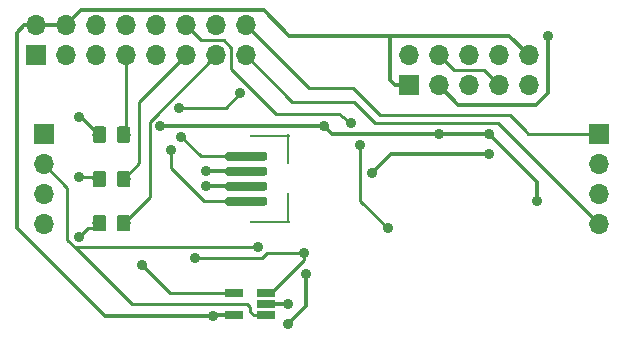
<source format=gtl>
%TF.GenerationSoftware,KiCad,Pcbnew,5.1.0*%
%TF.CreationDate,2019-04-08T01:08:36+02:00*%
%TF.ProjectId,BeerEyePi,42656572-4579-4655-9069-2e6b69636164,rev?*%
%TF.SameCoordinates,Original*%
%TF.FileFunction,Copper,L1,Top*%
%TF.FilePolarity,Positive*%
%FSLAX46Y46*%
G04 Gerber Fmt 4.6, Leading zero omitted, Abs format (unit mm)*
G04 Created by KiCad (PCBNEW 5.1.0) date 2019-04-08 01:08:36*
%MOMM*%
%LPD*%
G04 APERTURE LIST*
%ADD10R,1.700000X1.700000*%
%ADD11O,1.700000X1.700000*%
%ADD12R,0.250000X2.500000*%
%ADD13R,3.350000X0.250000*%
%ADD14C,0.100000*%
%ADD15C,0.700000*%
%ADD16C,1.150000*%
%ADD17R,1.560000X0.650000*%
%ADD18C,0.900000*%
%ADD19C,0.350000*%
%ADD20C,0.250000*%
G04 APERTURE END LIST*
D10*
X139920000Y-107080000D03*
D11*
X139920000Y-104540000D03*
X142460000Y-107080000D03*
X142460000Y-104540000D03*
X145000000Y-107080000D03*
X145000000Y-104540000D03*
X147540000Y-107080000D03*
X147540000Y-104540000D03*
X150080000Y-107080000D03*
X150080000Y-104540000D03*
D10*
X108370000Y-104540000D03*
D11*
X108370000Y-102000000D03*
X110910000Y-104540000D03*
X110910000Y-102000000D03*
X113450000Y-104540000D03*
X113450000Y-102000000D03*
X115990000Y-104540000D03*
X115990000Y-102000000D03*
X118530000Y-104540000D03*
X118530000Y-102000000D03*
X121070000Y-104540000D03*
X121070000Y-102000000D03*
X123610000Y-104540000D03*
X123610000Y-102000000D03*
X126150000Y-104540000D03*
X126150000Y-102000000D03*
D12*
X129725000Y-112500000D03*
X129725000Y-117500000D03*
D13*
X128175000Y-111375000D03*
X128175000Y-118625000D03*
D14*
G36*
X127742153Y-112745843D02*
G01*
X127759141Y-112748363D01*
X127775800Y-112752535D01*
X127791970Y-112758321D01*
X127807494Y-112765664D01*
X127822225Y-112774493D01*
X127836019Y-112784723D01*
X127848744Y-112796256D01*
X127860277Y-112808981D01*
X127870507Y-112822775D01*
X127879336Y-112837506D01*
X127886679Y-112853030D01*
X127892465Y-112869200D01*
X127896637Y-112885859D01*
X127899157Y-112902847D01*
X127900000Y-112920000D01*
X127900000Y-113270000D01*
X127899157Y-113287153D01*
X127896637Y-113304141D01*
X127892465Y-113320800D01*
X127886679Y-113336970D01*
X127879336Y-113352494D01*
X127870507Y-113367225D01*
X127860277Y-113381019D01*
X127848744Y-113393744D01*
X127836019Y-113405277D01*
X127822225Y-113415507D01*
X127807494Y-113424336D01*
X127791970Y-113431679D01*
X127775800Y-113437465D01*
X127759141Y-113441637D01*
X127742153Y-113444157D01*
X127725000Y-113445000D01*
X124575000Y-113445000D01*
X124557847Y-113444157D01*
X124540859Y-113441637D01*
X124524200Y-113437465D01*
X124508030Y-113431679D01*
X124492506Y-113424336D01*
X124477775Y-113415507D01*
X124463981Y-113405277D01*
X124451256Y-113393744D01*
X124439723Y-113381019D01*
X124429493Y-113367225D01*
X124420664Y-113352494D01*
X124413321Y-113336970D01*
X124407535Y-113320800D01*
X124403363Y-113304141D01*
X124400843Y-113287153D01*
X124400000Y-113270000D01*
X124400000Y-112920000D01*
X124400843Y-112902847D01*
X124403363Y-112885859D01*
X124407535Y-112869200D01*
X124413321Y-112853030D01*
X124420664Y-112837506D01*
X124429493Y-112822775D01*
X124439723Y-112808981D01*
X124451256Y-112796256D01*
X124463981Y-112784723D01*
X124477775Y-112774493D01*
X124492506Y-112765664D01*
X124508030Y-112758321D01*
X124524200Y-112752535D01*
X124540859Y-112748363D01*
X124557847Y-112745843D01*
X124575000Y-112745000D01*
X127725000Y-112745000D01*
X127742153Y-112745843D01*
X127742153Y-112745843D01*
G37*
D15*
X126150000Y-113095000D03*
D14*
G36*
X127742153Y-114015843D02*
G01*
X127759141Y-114018363D01*
X127775800Y-114022535D01*
X127791970Y-114028321D01*
X127807494Y-114035664D01*
X127822225Y-114044493D01*
X127836019Y-114054723D01*
X127848744Y-114066256D01*
X127860277Y-114078981D01*
X127870507Y-114092775D01*
X127879336Y-114107506D01*
X127886679Y-114123030D01*
X127892465Y-114139200D01*
X127896637Y-114155859D01*
X127899157Y-114172847D01*
X127900000Y-114190000D01*
X127900000Y-114540000D01*
X127899157Y-114557153D01*
X127896637Y-114574141D01*
X127892465Y-114590800D01*
X127886679Y-114606970D01*
X127879336Y-114622494D01*
X127870507Y-114637225D01*
X127860277Y-114651019D01*
X127848744Y-114663744D01*
X127836019Y-114675277D01*
X127822225Y-114685507D01*
X127807494Y-114694336D01*
X127791970Y-114701679D01*
X127775800Y-114707465D01*
X127759141Y-114711637D01*
X127742153Y-114714157D01*
X127725000Y-114715000D01*
X124575000Y-114715000D01*
X124557847Y-114714157D01*
X124540859Y-114711637D01*
X124524200Y-114707465D01*
X124508030Y-114701679D01*
X124492506Y-114694336D01*
X124477775Y-114685507D01*
X124463981Y-114675277D01*
X124451256Y-114663744D01*
X124439723Y-114651019D01*
X124429493Y-114637225D01*
X124420664Y-114622494D01*
X124413321Y-114606970D01*
X124407535Y-114590800D01*
X124403363Y-114574141D01*
X124400843Y-114557153D01*
X124400000Y-114540000D01*
X124400000Y-114190000D01*
X124400843Y-114172847D01*
X124403363Y-114155859D01*
X124407535Y-114139200D01*
X124413321Y-114123030D01*
X124420664Y-114107506D01*
X124429493Y-114092775D01*
X124439723Y-114078981D01*
X124451256Y-114066256D01*
X124463981Y-114054723D01*
X124477775Y-114044493D01*
X124492506Y-114035664D01*
X124508030Y-114028321D01*
X124524200Y-114022535D01*
X124540859Y-114018363D01*
X124557847Y-114015843D01*
X124575000Y-114015000D01*
X127725000Y-114015000D01*
X127742153Y-114015843D01*
X127742153Y-114015843D01*
G37*
D15*
X126150000Y-114365000D03*
D14*
G36*
X127742153Y-116555843D02*
G01*
X127759141Y-116558363D01*
X127775800Y-116562535D01*
X127791970Y-116568321D01*
X127807494Y-116575664D01*
X127822225Y-116584493D01*
X127836019Y-116594723D01*
X127848744Y-116606256D01*
X127860277Y-116618981D01*
X127870507Y-116632775D01*
X127879336Y-116647506D01*
X127886679Y-116663030D01*
X127892465Y-116679200D01*
X127896637Y-116695859D01*
X127899157Y-116712847D01*
X127900000Y-116730000D01*
X127900000Y-117080000D01*
X127899157Y-117097153D01*
X127896637Y-117114141D01*
X127892465Y-117130800D01*
X127886679Y-117146970D01*
X127879336Y-117162494D01*
X127870507Y-117177225D01*
X127860277Y-117191019D01*
X127848744Y-117203744D01*
X127836019Y-117215277D01*
X127822225Y-117225507D01*
X127807494Y-117234336D01*
X127791970Y-117241679D01*
X127775800Y-117247465D01*
X127759141Y-117251637D01*
X127742153Y-117254157D01*
X127725000Y-117255000D01*
X124575000Y-117255000D01*
X124557847Y-117254157D01*
X124540859Y-117251637D01*
X124524200Y-117247465D01*
X124508030Y-117241679D01*
X124492506Y-117234336D01*
X124477775Y-117225507D01*
X124463981Y-117215277D01*
X124451256Y-117203744D01*
X124439723Y-117191019D01*
X124429493Y-117177225D01*
X124420664Y-117162494D01*
X124413321Y-117146970D01*
X124407535Y-117130800D01*
X124403363Y-117114141D01*
X124400843Y-117097153D01*
X124400000Y-117080000D01*
X124400000Y-116730000D01*
X124400843Y-116712847D01*
X124403363Y-116695859D01*
X124407535Y-116679200D01*
X124413321Y-116663030D01*
X124420664Y-116647506D01*
X124429493Y-116632775D01*
X124439723Y-116618981D01*
X124451256Y-116606256D01*
X124463981Y-116594723D01*
X124477775Y-116584493D01*
X124492506Y-116575664D01*
X124508030Y-116568321D01*
X124524200Y-116562535D01*
X124540859Y-116558363D01*
X124557847Y-116555843D01*
X124575000Y-116555000D01*
X127725000Y-116555000D01*
X127742153Y-116555843D01*
X127742153Y-116555843D01*
G37*
D15*
X126150000Y-116905000D03*
D14*
G36*
X127742153Y-115285843D02*
G01*
X127759141Y-115288363D01*
X127775800Y-115292535D01*
X127791970Y-115298321D01*
X127807494Y-115305664D01*
X127822225Y-115314493D01*
X127836019Y-115324723D01*
X127848744Y-115336256D01*
X127860277Y-115348981D01*
X127870507Y-115362775D01*
X127879336Y-115377506D01*
X127886679Y-115393030D01*
X127892465Y-115409200D01*
X127896637Y-115425859D01*
X127899157Y-115442847D01*
X127900000Y-115460000D01*
X127900000Y-115810000D01*
X127899157Y-115827153D01*
X127896637Y-115844141D01*
X127892465Y-115860800D01*
X127886679Y-115876970D01*
X127879336Y-115892494D01*
X127870507Y-115907225D01*
X127860277Y-115921019D01*
X127848744Y-115933744D01*
X127836019Y-115945277D01*
X127822225Y-115955507D01*
X127807494Y-115964336D01*
X127791970Y-115971679D01*
X127775800Y-115977465D01*
X127759141Y-115981637D01*
X127742153Y-115984157D01*
X127725000Y-115985000D01*
X124575000Y-115985000D01*
X124557847Y-115984157D01*
X124540859Y-115981637D01*
X124524200Y-115977465D01*
X124508030Y-115971679D01*
X124492506Y-115964336D01*
X124477775Y-115955507D01*
X124463981Y-115945277D01*
X124451256Y-115933744D01*
X124439723Y-115921019D01*
X124429493Y-115907225D01*
X124420664Y-115892494D01*
X124413321Y-115876970D01*
X124407535Y-115860800D01*
X124403363Y-115844141D01*
X124400843Y-115827153D01*
X124400000Y-115810000D01*
X124400000Y-115460000D01*
X124400843Y-115442847D01*
X124403363Y-115425859D01*
X124407535Y-115409200D01*
X124413321Y-115393030D01*
X124420664Y-115377506D01*
X124429493Y-115362775D01*
X124439723Y-115348981D01*
X124451256Y-115336256D01*
X124463981Y-115324723D01*
X124477775Y-115314493D01*
X124492506Y-115305664D01*
X124508030Y-115298321D01*
X124524200Y-115292535D01*
X124540859Y-115288363D01*
X124557847Y-115285843D01*
X124575000Y-115285000D01*
X127725000Y-115285000D01*
X127742153Y-115285843D01*
X127742153Y-115285843D01*
G37*
D15*
X126150000Y-115635000D03*
D10*
X109000000Y-111190000D03*
D11*
X109000000Y-113730000D03*
X109000000Y-116270000D03*
X109000000Y-118810000D03*
D10*
X156000000Y-111190000D03*
D11*
X156000000Y-113730000D03*
X156000000Y-116270000D03*
X156000000Y-118810000D03*
D14*
G36*
X114074505Y-110551204D02*
G01*
X114098773Y-110554804D01*
X114122572Y-110560765D01*
X114145671Y-110569030D01*
X114167850Y-110579520D01*
X114188893Y-110592132D01*
X114208599Y-110606747D01*
X114226777Y-110623223D01*
X114243253Y-110641401D01*
X114257868Y-110661107D01*
X114270480Y-110682150D01*
X114280970Y-110704329D01*
X114289235Y-110727428D01*
X114295196Y-110751227D01*
X114298796Y-110775495D01*
X114300000Y-110799999D01*
X114300000Y-111700001D01*
X114298796Y-111724505D01*
X114295196Y-111748773D01*
X114289235Y-111772572D01*
X114280970Y-111795671D01*
X114270480Y-111817850D01*
X114257868Y-111838893D01*
X114243253Y-111858599D01*
X114226777Y-111876777D01*
X114208599Y-111893253D01*
X114188893Y-111907868D01*
X114167850Y-111920480D01*
X114145671Y-111930970D01*
X114122572Y-111939235D01*
X114098773Y-111945196D01*
X114074505Y-111948796D01*
X114050001Y-111950000D01*
X113399999Y-111950000D01*
X113375495Y-111948796D01*
X113351227Y-111945196D01*
X113327428Y-111939235D01*
X113304329Y-111930970D01*
X113282150Y-111920480D01*
X113261107Y-111907868D01*
X113241401Y-111893253D01*
X113223223Y-111876777D01*
X113206747Y-111858599D01*
X113192132Y-111838893D01*
X113179520Y-111817850D01*
X113169030Y-111795671D01*
X113160765Y-111772572D01*
X113154804Y-111748773D01*
X113151204Y-111724505D01*
X113150000Y-111700001D01*
X113150000Y-110799999D01*
X113151204Y-110775495D01*
X113154804Y-110751227D01*
X113160765Y-110727428D01*
X113169030Y-110704329D01*
X113179520Y-110682150D01*
X113192132Y-110661107D01*
X113206747Y-110641401D01*
X113223223Y-110623223D01*
X113241401Y-110606747D01*
X113261107Y-110592132D01*
X113282150Y-110579520D01*
X113304329Y-110569030D01*
X113327428Y-110560765D01*
X113351227Y-110554804D01*
X113375495Y-110551204D01*
X113399999Y-110550000D01*
X114050001Y-110550000D01*
X114074505Y-110551204D01*
X114074505Y-110551204D01*
G37*
D16*
X113725000Y-111250000D03*
D14*
G36*
X116124505Y-110551204D02*
G01*
X116148773Y-110554804D01*
X116172572Y-110560765D01*
X116195671Y-110569030D01*
X116217850Y-110579520D01*
X116238893Y-110592132D01*
X116258599Y-110606747D01*
X116276777Y-110623223D01*
X116293253Y-110641401D01*
X116307868Y-110661107D01*
X116320480Y-110682150D01*
X116330970Y-110704329D01*
X116339235Y-110727428D01*
X116345196Y-110751227D01*
X116348796Y-110775495D01*
X116350000Y-110799999D01*
X116350000Y-111700001D01*
X116348796Y-111724505D01*
X116345196Y-111748773D01*
X116339235Y-111772572D01*
X116330970Y-111795671D01*
X116320480Y-111817850D01*
X116307868Y-111838893D01*
X116293253Y-111858599D01*
X116276777Y-111876777D01*
X116258599Y-111893253D01*
X116238893Y-111907868D01*
X116217850Y-111920480D01*
X116195671Y-111930970D01*
X116172572Y-111939235D01*
X116148773Y-111945196D01*
X116124505Y-111948796D01*
X116100001Y-111950000D01*
X115449999Y-111950000D01*
X115425495Y-111948796D01*
X115401227Y-111945196D01*
X115377428Y-111939235D01*
X115354329Y-111930970D01*
X115332150Y-111920480D01*
X115311107Y-111907868D01*
X115291401Y-111893253D01*
X115273223Y-111876777D01*
X115256747Y-111858599D01*
X115242132Y-111838893D01*
X115229520Y-111817850D01*
X115219030Y-111795671D01*
X115210765Y-111772572D01*
X115204804Y-111748773D01*
X115201204Y-111724505D01*
X115200000Y-111700001D01*
X115200000Y-110799999D01*
X115201204Y-110775495D01*
X115204804Y-110751227D01*
X115210765Y-110727428D01*
X115219030Y-110704329D01*
X115229520Y-110682150D01*
X115242132Y-110661107D01*
X115256747Y-110641401D01*
X115273223Y-110623223D01*
X115291401Y-110606747D01*
X115311107Y-110592132D01*
X115332150Y-110579520D01*
X115354329Y-110569030D01*
X115377428Y-110560765D01*
X115401227Y-110554804D01*
X115425495Y-110551204D01*
X115449999Y-110550000D01*
X116100001Y-110550000D01*
X116124505Y-110551204D01*
X116124505Y-110551204D01*
G37*
D16*
X115775000Y-111250000D03*
D14*
G36*
X116124505Y-114301204D02*
G01*
X116148773Y-114304804D01*
X116172572Y-114310765D01*
X116195671Y-114319030D01*
X116217850Y-114329520D01*
X116238893Y-114342132D01*
X116258599Y-114356747D01*
X116276777Y-114373223D01*
X116293253Y-114391401D01*
X116307868Y-114411107D01*
X116320480Y-114432150D01*
X116330970Y-114454329D01*
X116339235Y-114477428D01*
X116345196Y-114501227D01*
X116348796Y-114525495D01*
X116350000Y-114549999D01*
X116350000Y-115450001D01*
X116348796Y-115474505D01*
X116345196Y-115498773D01*
X116339235Y-115522572D01*
X116330970Y-115545671D01*
X116320480Y-115567850D01*
X116307868Y-115588893D01*
X116293253Y-115608599D01*
X116276777Y-115626777D01*
X116258599Y-115643253D01*
X116238893Y-115657868D01*
X116217850Y-115670480D01*
X116195671Y-115680970D01*
X116172572Y-115689235D01*
X116148773Y-115695196D01*
X116124505Y-115698796D01*
X116100001Y-115700000D01*
X115449999Y-115700000D01*
X115425495Y-115698796D01*
X115401227Y-115695196D01*
X115377428Y-115689235D01*
X115354329Y-115680970D01*
X115332150Y-115670480D01*
X115311107Y-115657868D01*
X115291401Y-115643253D01*
X115273223Y-115626777D01*
X115256747Y-115608599D01*
X115242132Y-115588893D01*
X115229520Y-115567850D01*
X115219030Y-115545671D01*
X115210765Y-115522572D01*
X115204804Y-115498773D01*
X115201204Y-115474505D01*
X115200000Y-115450001D01*
X115200000Y-114549999D01*
X115201204Y-114525495D01*
X115204804Y-114501227D01*
X115210765Y-114477428D01*
X115219030Y-114454329D01*
X115229520Y-114432150D01*
X115242132Y-114411107D01*
X115256747Y-114391401D01*
X115273223Y-114373223D01*
X115291401Y-114356747D01*
X115311107Y-114342132D01*
X115332150Y-114329520D01*
X115354329Y-114319030D01*
X115377428Y-114310765D01*
X115401227Y-114304804D01*
X115425495Y-114301204D01*
X115449999Y-114300000D01*
X116100001Y-114300000D01*
X116124505Y-114301204D01*
X116124505Y-114301204D01*
G37*
D16*
X115775000Y-115000000D03*
D14*
G36*
X114074505Y-114301204D02*
G01*
X114098773Y-114304804D01*
X114122572Y-114310765D01*
X114145671Y-114319030D01*
X114167850Y-114329520D01*
X114188893Y-114342132D01*
X114208599Y-114356747D01*
X114226777Y-114373223D01*
X114243253Y-114391401D01*
X114257868Y-114411107D01*
X114270480Y-114432150D01*
X114280970Y-114454329D01*
X114289235Y-114477428D01*
X114295196Y-114501227D01*
X114298796Y-114525495D01*
X114300000Y-114549999D01*
X114300000Y-115450001D01*
X114298796Y-115474505D01*
X114295196Y-115498773D01*
X114289235Y-115522572D01*
X114280970Y-115545671D01*
X114270480Y-115567850D01*
X114257868Y-115588893D01*
X114243253Y-115608599D01*
X114226777Y-115626777D01*
X114208599Y-115643253D01*
X114188893Y-115657868D01*
X114167850Y-115670480D01*
X114145671Y-115680970D01*
X114122572Y-115689235D01*
X114098773Y-115695196D01*
X114074505Y-115698796D01*
X114050001Y-115700000D01*
X113399999Y-115700000D01*
X113375495Y-115698796D01*
X113351227Y-115695196D01*
X113327428Y-115689235D01*
X113304329Y-115680970D01*
X113282150Y-115670480D01*
X113261107Y-115657868D01*
X113241401Y-115643253D01*
X113223223Y-115626777D01*
X113206747Y-115608599D01*
X113192132Y-115588893D01*
X113179520Y-115567850D01*
X113169030Y-115545671D01*
X113160765Y-115522572D01*
X113154804Y-115498773D01*
X113151204Y-115474505D01*
X113150000Y-115450001D01*
X113150000Y-114549999D01*
X113151204Y-114525495D01*
X113154804Y-114501227D01*
X113160765Y-114477428D01*
X113169030Y-114454329D01*
X113179520Y-114432150D01*
X113192132Y-114411107D01*
X113206747Y-114391401D01*
X113223223Y-114373223D01*
X113241401Y-114356747D01*
X113261107Y-114342132D01*
X113282150Y-114329520D01*
X113304329Y-114319030D01*
X113327428Y-114310765D01*
X113351227Y-114304804D01*
X113375495Y-114301204D01*
X113399999Y-114300000D01*
X114050001Y-114300000D01*
X114074505Y-114301204D01*
X114074505Y-114301204D01*
G37*
D16*
X113725000Y-115000000D03*
D14*
G36*
X116124505Y-118051204D02*
G01*
X116148773Y-118054804D01*
X116172572Y-118060765D01*
X116195671Y-118069030D01*
X116217850Y-118079520D01*
X116238893Y-118092132D01*
X116258599Y-118106747D01*
X116276777Y-118123223D01*
X116293253Y-118141401D01*
X116307868Y-118161107D01*
X116320480Y-118182150D01*
X116330970Y-118204329D01*
X116339235Y-118227428D01*
X116345196Y-118251227D01*
X116348796Y-118275495D01*
X116350000Y-118299999D01*
X116350000Y-119200001D01*
X116348796Y-119224505D01*
X116345196Y-119248773D01*
X116339235Y-119272572D01*
X116330970Y-119295671D01*
X116320480Y-119317850D01*
X116307868Y-119338893D01*
X116293253Y-119358599D01*
X116276777Y-119376777D01*
X116258599Y-119393253D01*
X116238893Y-119407868D01*
X116217850Y-119420480D01*
X116195671Y-119430970D01*
X116172572Y-119439235D01*
X116148773Y-119445196D01*
X116124505Y-119448796D01*
X116100001Y-119450000D01*
X115449999Y-119450000D01*
X115425495Y-119448796D01*
X115401227Y-119445196D01*
X115377428Y-119439235D01*
X115354329Y-119430970D01*
X115332150Y-119420480D01*
X115311107Y-119407868D01*
X115291401Y-119393253D01*
X115273223Y-119376777D01*
X115256747Y-119358599D01*
X115242132Y-119338893D01*
X115229520Y-119317850D01*
X115219030Y-119295671D01*
X115210765Y-119272572D01*
X115204804Y-119248773D01*
X115201204Y-119224505D01*
X115200000Y-119200001D01*
X115200000Y-118299999D01*
X115201204Y-118275495D01*
X115204804Y-118251227D01*
X115210765Y-118227428D01*
X115219030Y-118204329D01*
X115229520Y-118182150D01*
X115242132Y-118161107D01*
X115256747Y-118141401D01*
X115273223Y-118123223D01*
X115291401Y-118106747D01*
X115311107Y-118092132D01*
X115332150Y-118079520D01*
X115354329Y-118069030D01*
X115377428Y-118060765D01*
X115401227Y-118054804D01*
X115425495Y-118051204D01*
X115449999Y-118050000D01*
X116100001Y-118050000D01*
X116124505Y-118051204D01*
X116124505Y-118051204D01*
G37*
D16*
X115775000Y-118750000D03*
D14*
G36*
X114074505Y-118051204D02*
G01*
X114098773Y-118054804D01*
X114122572Y-118060765D01*
X114145671Y-118069030D01*
X114167850Y-118079520D01*
X114188893Y-118092132D01*
X114208599Y-118106747D01*
X114226777Y-118123223D01*
X114243253Y-118141401D01*
X114257868Y-118161107D01*
X114270480Y-118182150D01*
X114280970Y-118204329D01*
X114289235Y-118227428D01*
X114295196Y-118251227D01*
X114298796Y-118275495D01*
X114300000Y-118299999D01*
X114300000Y-119200001D01*
X114298796Y-119224505D01*
X114295196Y-119248773D01*
X114289235Y-119272572D01*
X114280970Y-119295671D01*
X114270480Y-119317850D01*
X114257868Y-119338893D01*
X114243253Y-119358599D01*
X114226777Y-119376777D01*
X114208599Y-119393253D01*
X114188893Y-119407868D01*
X114167850Y-119420480D01*
X114145671Y-119430970D01*
X114122572Y-119439235D01*
X114098773Y-119445196D01*
X114074505Y-119448796D01*
X114050001Y-119450000D01*
X113399999Y-119450000D01*
X113375495Y-119448796D01*
X113351227Y-119445196D01*
X113327428Y-119439235D01*
X113304329Y-119430970D01*
X113282150Y-119420480D01*
X113261107Y-119407868D01*
X113241401Y-119393253D01*
X113223223Y-119376777D01*
X113206747Y-119358599D01*
X113192132Y-119338893D01*
X113179520Y-119317850D01*
X113169030Y-119295671D01*
X113160765Y-119272572D01*
X113154804Y-119248773D01*
X113151204Y-119224505D01*
X113150000Y-119200001D01*
X113150000Y-118299999D01*
X113151204Y-118275495D01*
X113154804Y-118251227D01*
X113160765Y-118227428D01*
X113169030Y-118204329D01*
X113179520Y-118182150D01*
X113192132Y-118161107D01*
X113206747Y-118141401D01*
X113223223Y-118123223D01*
X113241401Y-118106747D01*
X113261107Y-118092132D01*
X113282150Y-118079520D01*
X113304329Y-118069030D01*
X113327428Y-118060765D01*
X113351227Y-118054804D01*
X113375495Y-118051204D01*
X113399999Y-118050000D01*
X114050001Y-118050000D01*
X114074505Y-118051204D01*
X114074505Y-118051204D01*
G37*
D16*
X113725000Y-118750000D03*
D17*
X127842000Y-126553000D03*
X127842000Y-125603000D03*
X127842000Y-124653000D03*
X125142000Y-124653000D03*
X125142000Y-126553000D03*
D18*
X122745500Y-115633500D03*
X129667000Y-125603000D03*
X122745500Y-114363500D03*
X146685000Y-112903000D03*
X136842500Y-114490500D03*
X146685000Y-111188500D03*
X132778500Y-110553500D03*
X118872000Y-110553500D03*
X150749000Y-116840000D03*
X151700000Y-102900000D03*
X142494000Y-111188500D03*
X123317000Y-126619000D03*
X129667000Y-127254000D03*
X131191000Y-123063000D03*
X119824500Y-112522000D03*
X120650000Y-111442500D03*
X135001000Y-110299500D03*
X138176000Y-119189500D03*
X135826500Y-112141000D03*
X117348000Y-122298500D03*
X125666500Y-107759500D03*
X120459500Y-108966000D03*
X112014000Y-109728000D03*
X112014000Y-114808000D03*
X112014000Y-119888000D03*
X131064000Y-121285000D03*
X121793000Y-121666000D03*
X127127000Y-120777000D03*
D19*
X126500000Y-115635000D02*
X126498500Y-115633500D01*
X126498500Y-115633500D02*
X122745500Y-115633500D01*
X127842000Y-125603000D02*
X129667000Y-125603000D01*
X122747000Y-114365000D02*
X122745500Y-114363500D01*
X126050000Y-114365000D02*
X122747000Y-114365000D01*
X138430000Y-112903000D02*
X136842500Y-114490500D01*
X146685000Y-112903000D02*
X138430000Y-112903000D01*
X118872000Y-110553500D02*
X132778500Y-110553500D01*
X150749000Y-116840000D02*
X150749000Y-116840000D01*
X133413500Y-111188500D02*
X132778500Y-110553500D01*
X142460000Y-107080000D02*
X144080000Y-108700000D01*
X144080000Y-108700000D02*
X150700000Y-108700000D01*
X150700000Y-108700000D02*
X151700000Y-107700000D01*
X151700000Y-107700000D02*
X151700000Y-102900000D01*
X146685000Y-111188500D02*
X142494000Y-111188500D01*
X142494000Y-111188500D02*
X133413500Y-111188500D01*
X150749000Y-116840000D02*
X150749000Y-115252500D01*
X150749000Y-115252500D02*
X146685000Y-111188500D01*
X107359500Y-102000000D02*
X108370000Y-102000000D01*
X106743500Y-102616000D02*
X107359500Y-102000000D01*
X108370000Y-102000000D02*
X110910000Y-102000000D01*
X106743500Y-106743500D02*
X106743500Y-106743500D01*
X106743500Y-106743500D02*
X106743500Y-102616000D01*
X148440000Y-102900000D02*
X150080000Y-104540000D01*
X138300000Y-102900000D02*
X148440000Y-102900000D01*
X111759999Y-101150001D02*
X110910000Y-102000000D01*
X112185001Y-100724999D02*
X111759999Y-101150001D01*
X129800000Y-102900000D02*
X127624999Y-100724999D01*
X127624999Y-100724999D02*
X112185001Y-100724999D01*
X138300000Y-102900000D02*
X129800000Y-102900000D01*
X138720000Y-107080000D02*
X138300000Y-106660000D01*
X139920000Y-107080000D02*
X138720000Y-107080000D01*
X138300000Y-106660000D02*
X138300000Y-102900000D01*
X114173000Y-126619000D02*
X106743500Y-119189500D01*
X106743500Y-119189500D02*
X106743500Y-118872000D01*
X106743500Y-118872000D02*
X106743500Y-102616000D01*
X123444000Y-126619000D02*
X114173000Y-126619000D01*
X123510000Y-126553000D02*
X123444000Y-126619000D01*
X125142000Y-126553000D02*
X123510000Y-126553000D01*
X129667000Y-127254000D02*
X131191000Y-125730000D01*
X131191000Y-125730000D02*
X131191000Y-123063000D01*
D20*
X156000000Y-118810000D02*
X147745000Y-110555000D01*
X126150000Y-104540000D02*
X130068000Y-108458000D01*
X130068000Y-108458000D02*
X135258000Y-108458000D01*
X147745000Y-110555000D02*
X147490000Y-110300000D01*
X147490000Y-110300000D02*
X137100000Y-110300000D01*
X137100000Y-110300000D02*
X135258000Y-108458000D01*
X126150000Y-102000000D02*
X131465000Y-107315000D01*
X131465000Y-107315000D02*
X135215000Y-107315000D01*
X150052000Y-111190000D02*
X156000000Y-111190000D01*
X149731000Y-110869000D02*
X150052000Y-111190000D01*
X149731000Y-110869000D02*
X148462000Y-109600000D01*
X148462000Y-109600000D02*
X137500000Y-109600000D01*
X137500000Y-109600000D02*
X135215000Y-107315000D01*
X119824500Y-112522000D02*
X119824500Y-114109500D01*
X126500000Y-116905000D02*
X122620000Y-116905000D01*
X122620000Y-116905000D02*
X119824500Y-114109500D01*
X120650000Y-111442500D02*
X122302500Y-113095000D01*
X122302500Y-113095000D02*
X126500000Y-113095000D01*
X128714500Y-109537500D02*
X124884180Y-105707180D01*
X121070000Y-102000000D02*
X122341320Y-103271320D01*
X133985000Y-109537500D02*
X128714500Y-109537500D01*
X135001000Y-110299500D02*
X133985000Y-109537500D01*
X124884180Y-103896160D02*
X124884180Y-105707180D01*
X124259340Y-103271320D02*
X124884180Y-103896160D01*
X122341320Y-103271320D02*
X124259340Y-103271320D01*
X135826500Y-116840000D02*
X138176000Y-119189500D01*
X135826500Y-112141000D02*
X135826500Y-116840000D01*
X125142000Y-124653000D02*
X119702500Y-124653000D01*
X119702500Y-124653000D02*
X117348000Y-122298500D01*
X124460000Y-108966000D02*
X120459500Y-108966000D01*
X125666500Y-107759500D02*
X124460000Y-108966000D01*
X115775000Y-111250000D02*
X115990000Y-111035000D01*
X115990000Y-111035000D02*
X115990000Y-104540000D01*
X115775000Y-115000000D02*
X117094000Y-113681000D01*
X117538500Y-108071500D02*
X117538500Y-108071500D01*
X117538500Y-108071500D02*
X121070000Y-104540000D01*
X117538500Y-108071500D02*
X117094000Y-108516000D01*
X117094000Y-108516000D02*
X117094000Y-113681000D01*
X117983000Y-110167000D02*
X123610000Y-104540000D01*
X115775000Y-118750000D02*
X117865750Y-116659250D01*
X117865750Y-116659250D02*
X117983000Y-116542000D01*
X117983000Y-116542000D02*
X117983000Y-110167000D01*
X112014000Y-109728000D02*
X112203000Y-109728000D01*
X112203000Y-109728000D02*
X113725000Y-111250000D01*
X113725000Y-115000000D02*
X113533000Y-114808000D01*
X113533000Y-114808000D02*
X112014000Y-114808000D01*
X112014000Y-119888000D02*
X112776000Y-119126000D01*
X113349000Y-119126000D02*
X113725000Y-118750000D01*
X112776000Y-119126000D02*
X113349000Y-119126000D01*
X146270000Y-105810000D02*
X143730000Y-105810000D01*
X147540000Y-107080000D02*
X146270000Y-105810000D01*
X143730000Y-105810000D02*
X142460000Y-104540000D01*
X128297000Y-124653000D02*
X131064000Y-121886000D01*
X127842000Y-124653000D02*
X128297000Y-124653000D01*
X131064000Y-121886000D02*
X131064000Y-121285000D01*
X127889000Y-121285000D02*
X127508000Y-121666000D01*
X131064000Y-121285000D02*
X127889000Y-121285000D01*
X121793000Y-121666000D02*
X127508000Y-121666000D01*
X110998000Y-115728000D02*
X109000000Y-113730000D01*
X110998000Y-120142000D02*
X110998000Y-115728000D01*
X111633000Y-120777000D02*
X110998000Y-120142000D01*
X112268000Y-120777000D02*
X111633000Y-120777000D01*
X127127000Y-120777000D02*
X112268000Y-120777000D01*
X126812000Y-126553000D02*
X126492000Y-126233000D01*
X127842000Y-126553000D02*
X126812000Y-126553000D01*
X126492000Y-126233000D02*
X126492000Y-125857000D01*
X126492000Y-125857000D02*
X126238000Y-125603000D01*
X116459000Y-125603000D02*
X111633000Y-120777000D01*
X126238000Y-125603000D02*
X116459000Y-125603000D01*
M02*

</source>
